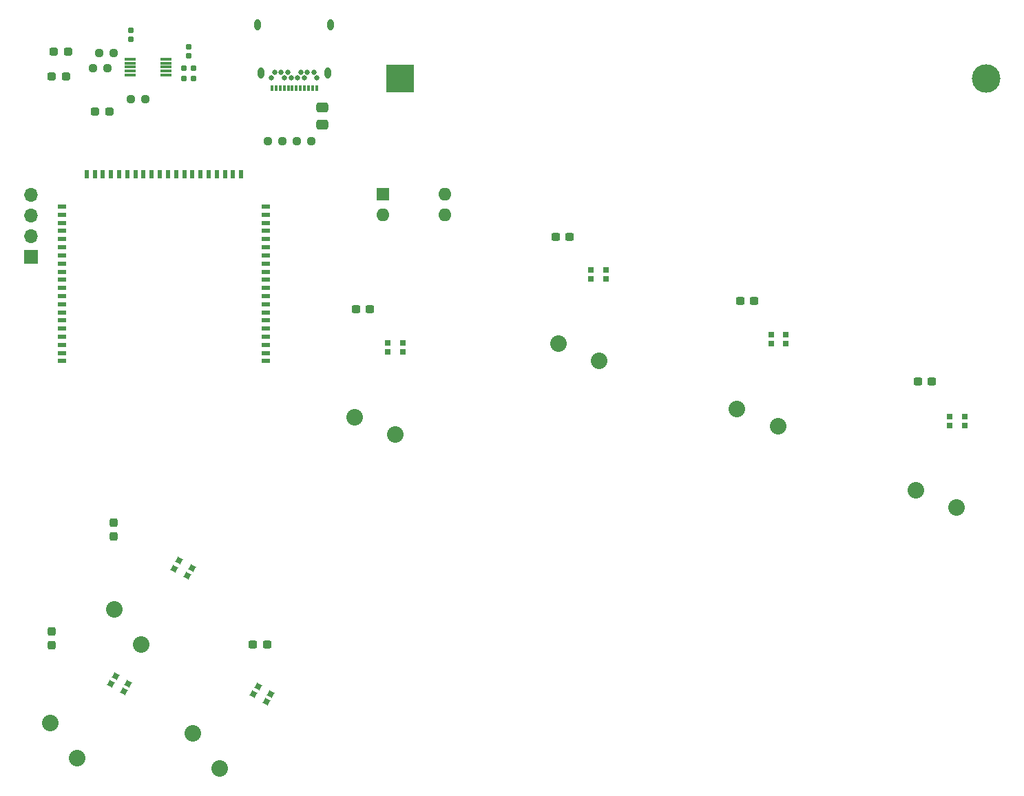
<source format=gbr>
%TF.GenerationSoftware,KiCad,Pcbnew,(5.99.0-9634-gb691c18bfc)*%
%TF.CreationDate,2021-03-07T16:09:04+01:00*%
%TF.ProjectId,keychordz,6b657963-686f-4726-947a-2e6b69636164,rev?*%
%TF.SameCoordinates,Original*%
%TF.FileFunction,Copper,L1,Top*%
%TF.FilePolarity,Positive*%
%FSLAX46Y46*%
G04 Gerber Fmt 4.6, Leading zero omitted, Abs format (unit mm)*
G04 Created by KiCad (PCBNEW (5.99.0-9634-gb691c18bfc)) date 2021-03-07 16:09:04*
%MOMM*%
%LPD*%
G01*
G04 APERTURE LIST*
G04 Aperture macros list*
%AMRoundRect*
0 Rectangle with rounded corners*
0 $1 Rounding radius*
0 $2 $3 $4 $5 $6 $7 $8 $9 X,Y pos of 4 corners*
0 Add a 4 corners polygon primitive as box body*
4,1,4,$2,$3,$4,$5,$6,$7,$8,$9,$2,$3,0*
0 Add four circle primitives for the rounded corners*
1,1,$1+$1,$2,$3*
1,1,$1+$1,$4,$5*
1,1,$1+$1,$6,$7*
1,1,$1+$1,$8,$9*
0 Add four rect primitives between the rounded corners*
20,1,$1+$1,$2,$3,$4,$5,0*
20,1,$1+$1,$4,$5,$6,$7,0*
20,1,$1+$1,$6,$7,$8,$9,0*
20,1,$1+$1,$8,$9,$2,$3,0*%
%AMRotRect*
0 Rectangle, with rotation*
0 The origin of the aperture is its center*
0 $1 length*
0 $2 width*
0 $3 Rotation angle, in degrees counterclockwise*
0 Add horizontal line*
21,1,$1,$2,0,0,$3*%
G04 Aperture macros list end*
%TA.AperFunction,ComponentPad*%
%ADD10C,2.032000*%
%TD*%
%TA.AperFunction,ComponentPad*%
%ADD11C,0.650000*%
%TD*%
%TA.AperFunction,ComponentPad*%
%ADD12O,0.800000X1.400000*%
%TD*%
%TA.AperFunction,SMDPad,CuDef*%
%ADD13R,0.300000X0.700000*%
%TD*%
%TA.AperFunction,SMDPad,CuDef*%
%ADD14RoundRect,0.237500X-0.250000X-0.237500X0.250000X-0.237500X0.250000X0.237500X-0.250000X0.237500X0*%
%TD*%
%TA.AperFunction,SMDPad,CuDef*%
%ADD15R,0.700000X0.700000*%
%TD*%
%TA.AperFunction,ComponentPad*%
%ADD16R,1.600000X1.600000*%
%TD*%
%TA.AperFunction,ComponentPad*%
%ADD17O,1.600000X1.600000*%
%TD*%
%TA.AperFunction,SMDPad,CuDef*%
%ADD18RoundRect,0.237500X0.287500X0.237500X-0.287500X0.237500X-0.287500X-0.237500X0.287500X-0.237500X0*%
%TD*%
%TA.AperFunction,SMDPad,CuDef*%
%ADD19RotRect,0.700000X0.700000X330.000000*%
%TD*%
%TA.AperFunction,SMDPad,CuDef*%
%ADD20R,1.000000X0.600000*%
%TD*%
%TA.AperFunction,SMDPad,CuDef*%
%ADD21R,0.600000X1.000000*%
%TD*%
%TA.AperFunction,SMDPad,CuDef*%
%ADD22RoundRect,0.237500X0.250000X0.237500X-0.250000X0.237500X-0.250000X-0.237500X0.250000X-0.237500X0*%
%TD*%
%TA.AperFunction,SMDPad,CuDef*%
%ADD23RoundRect,0.160000X0.197500X0.160000X-0.197500X0.160000X-0.197500X-0.160000X0.197500X-0.160000X0*%
%TD*%
%TA.AperFunction,SMDPad,CuDef*%
%ADD24RoundRect,0.237500X-0.300000X-0.237500X0.300000X-0.237500X0.300000X0.237500X-0.300000X0.237500X0*%
%TD*%
%TA.AperFunction,SMDPad,CuDef*%
%ADD25RoundRect,0.250000X-0.475000X0.337500X-0.475000X-0.337500X0.475000X-0.337500X0.475000X0.337500X0*%
%TD*%
%TA.AperFunction,SMDPad,CuDef*%
%ADD26RoundRect,0.160000X-0.197500X-0.160000X0.197500X-0.160000X0.197500X0.160000X-0.197500X0.160000X0*%
%TD*%
%TA.AperFunction,ComponentPad*%
%ADD27R,1.700000X1.700000*%
%TD*%
%TA.AperFunction,ComponentPad*%
%ADD28O,1.700000X1.700000*%
%TD*%
%TA.AperFunction,SMDPad,CuDef*%
%ADD29R,1.400000X0.300000*%
%TD*%
%TA.AperFunction,SMDPad,CuDef*%
%ADD30RoundRect,0.237500X0.237500X-0.300000X0.237500X0.300000X-0.237500X0.300000X-0.237500X-0.300000X0*%
%TD*%
%TA.AperFunction,SMDPad,CuDef*%
%ADD31RoundRect,0.155000X0.155000X-0.212500X0.155000X0.212500X-0.155000X0.212500X-0.155000X-0.212500X0*%
%TD*%
%TA.AperFunction,ComponentPad*%
%ADD32R,3.500000X3.500000*%
%TD*%
%TA.AperFunction,ComponentPad*%
%ADD33C,3.500000*%
%TD*%
G04 APERTURE END LIST*
D10*
%TO.P,SW7,1,1*%
%TO.N,Net-(SW7-Pad1)*%
X106182000Y-65589000D03*
%TO.P,SW7,2,2*%
%TO.N,GND*%
X101182000Y-63489000D03*
%TD*%
%TO.P,SW6,1,1*%
%TO.N,Net-(SW6-Pad1)*%
X128182000Y-75589000D03*
%TO.P,SW6,2,2*%
%TO.N,GND*%
X123182000Y-73489000D03*
%TD*%
%TO.P,SW5,1,1*%
%TO.N,Net-(SW5-Pad1)*%
X84182000Y-57589000D03*
%TO.P,SW5,2,2*%
%TO.N,GND*%
X79182000Y-55489000D03*
%TD*%
%TO.P,SW4,1,1*%
%TO.N,Net-(SW4-Pad1)*%
X59182000Y-66589000D03*
%TO.P,SW4,2,2*%
%TO.N,GND*%
X54182000Y-64489000D03*
%TD*%
%TO.P,SW3,1,1*%
%TO.N,Net-(SW3-Pad1)*%
X27892000Y-92485550D03*
%TO.P,SW3,2,2*%
%TO.N,GND*%
X24611873Y-88166897D03*
%TD*%
%TO.P,SW2,1,1*%
%TO.N,Net-(SW2-Pad1)*%
X37544000Y-107725550D03*
%TO.P,SW2,2,2*%
%TO.N,GND*%
X34263873Y-103406897D03*
%TD*%
%TO.P,SW1,1,1*%
%TO.N,Net-(SW1-Pad1)*%
X20018000Y-106455550D03*
%TO.P,SW1,2,2*%
%TO.N,GND*%
X16737873Y-102136897D03*
%TD*%
D11*
%TO.P,J1,B11*%
%TO.N,N/C*%
X49136000Y-22060000D03*
%TO.P,J1,B10*%
X48336000Y-22060000D03*
%TO.P,J1,B8,SBU2*%
%TO.N,unconnected-(J1-PadB8)*%
X47536000Y-22060000D03*
%TO.P,J1,B5,CC2*%
%TO.N,Net-(J1-PadB5)*%
X45936000Y-22060000D03*
%TO.P,J1,B3*%
%TO.N,N/C*%
X45136000Y-22060000D03*
%TO.P,J1,B2*%
X44336000Y-22060000D03*
%TO.P,J1,B12*%
X49536000Y-22760000D03*
%TO.P,J1,B9*%
X47936000Y-22760000D03*
%TO.P,J1,B7,D-*%
%TO.N,USB_D-*%
X47136000Y-22760000D03*
%TO.P,J1,B6,D+*%
%TO.N,USB_D+*%
X46336000Y-22760000D03*
%TO.P,J1,B4*%
%TO.N,N/C*%
X45536000Y-22760000D03*
%TO.P,J1,B1*%
X43936000Y-22760000D03*
D12*
%TO.P,J1,S1,SHIELD*%
%TO.N,unconnected-(J1-PadS1)*%
X51226000Y-16210000D03*
X42246000Y-16210000D03*
X42606000Y-22160000D03*
D13*
%TO.P,J1,A11*%
%TO.N,N/C*%
X44486000Y-24070000D03*
%TO.P,J1,A8,SBU1*%
%TO.N,unconnected-(J1-PadA8)*%
X45986000Y-24070000D03*
%TO.P,J1,A9*%
%TO.N,N/C*%
X45486000Y-24070000D03*
%TO.P,J1,A10*%
X44986000Y-24070000D03*
%TO.P,J1,A12*%
X43986000Y-24070000D03*
%TO.P,J1,A7,D-*%
%TO.N,USB_D-*%
X46486000Y-24070000D03*
%TO.P,J1,A6,D+*%
%TO.N,USB_D+*%
X46986000Y-24070000D03*
%TO.P,J1,A5,CC1*%
%TO.N,Net-(J1-PadA5)*%
X47486000Y-24070000D03*
%TO.P,J1,A4,VBUS*%
%TO.N,+5V*%
X47986000Y-24070000D03*
%TO.P,J1,A3*%
%TO.N,N/C*%
X48486000Y-24070000D03*
%TO.P,J1,A2*%
X48986000Y-24070000D03*
%TO.P,J1,A1,GND*%
%TO.N,GND*%
X49486000Y-24070000D03*
D12*
%TO.P,J1,S1,SHIELD*%
%TO.N,unconnected-(J1-PadS1)*%
X50866000Y-22160000D03*
%TD*%
D14*
%TO.P,R3,1*%
%TO.N,Net-(J1-PadA5)*%
X47001500Y-30530000D03*
%TO.P,R3,2*%
%TO.N,GND*%
X48826500Y-30530000D03*
%TD*%
D15*
%TO.P,D8,1,VDD*%
%TO.N,V_BAT*%
X83185000Y-47525000D03*
%TO.P,D8,2,DOUT*%
%TO.N,Net-(D7-Pad4)*%
X85015000Y-47525000D03*
%TO.P,D8,3,VSS*%
%TO.N,GND*%
X85015000Y-46425000D03*
%TO.P,D8,4,DIN*%
%TO.N,Net-(D8-Pad4)*%
X83185000Y-46425000D03*
%TD*%
D16*
%TO.P,SW9,1,A*%
%TO.N,V_BAT*%
X57658000Y-37084000D03*
D17*
%TO.P,SW9,2,B*%
%TO.N,V_BAT_SW*%
X57658000Y-39624000D03*
%TO.P,SW9,3*%
%TO.N,N/C*%
X65278000Y-39624000D03*
%TO.P,SW9,4*%
X65278000Y-37084000D03*
%TD*%
D18*
%TO.P,D1,1,K*%
%TO.N,Net-(D1-Pad1)*%
X18647000Y-22566000D03*
%TO.P,D1,2,A*%
%TO.N,GND*%
X16897000Y-22566000D03*
%TD*%
%TO.P,D3,1,K*%
%TO.N,Net-(D3-Pad1)*%
X23981000Y-26884000D03*
%TO.P,D3,2,A*%
%TO.N,GND*%
X22231000Y-26884000D03*
%TD*%
D19*
%TO.P,D4,1,VDD*%
%TO.N,V_BAT*%
X24186587Y-97300814D03*
%TO.P,D4,2,DOUT*%
%TO.N,unconnected-(D4-Pad2)*%
X25771413Y-98215814D03*
%TO.P,D4,3,VSS*%
%TO.N,GND*%
X26321413Y-97263186D03*
%TO.P,D4,4,DIN*%
%TO.N,Net-(D4-Pad4)*%
X24736587Y-96348186D03*
%TD*%
D20*
%TO.P,U1,A8,AIN7/P0.31*%
%TO.N,unconnected-(U1-PadA8)*%
X43200000Y-56600000D03*
%TO.P,U1,A10,AIN5/P0.29*%
%TO.N,unconnected-(U1-PadA10)*%
X43200000Y-54600000D03*
%TO.P,U1,A12,AIN0/P0.02*%
%TO.N,unconnected-(U1-PadA12)*%
X43200000Y-55600000D03*
%TO.P,U1,A14,P1.15*%
%TO.N,unconnected-(U1-PadA14)*%
X18200000Y-55600000D03*
%TO.P,U1,A16,P1.13*%
%TO.N,unconnected-(U1-PadA16)*%
X18200000Y-53600000D03*
%TO.P,U1,A20,P1.10*%
%TO.N,unconnected-(U1-PadA20)*%
X18200000Y-50600000D03*
%TO.P,U1,A22,VDD*%
%TO.N,unconnected-(U1-PadA22)*%
X43200000Y-51600000D03*
%TO.P,U1,AA24,SWDCLK*%
%TO.N,SWDCLK*%
X18200000Y-41600000D03*
D21*
%TO.P,U1,AC9,P0.14*%
%TO.N,Net-(SW6-Pad1)*%
X37200000Y-34600000D03*
%TO.P,U1,AC11,P0.16*%
%TO.N,Net-(SW4-Pad1)*%
X35200000Y-34600000D03*
D20*
%TO.P,U1,AC13,P0.18/~RESET*%
%TO.N,RST*%
X18200000Y-39600000D03*
D21*
%TO.P,U1,AC15,P0.19*%
%TO.N,Net-(SW2-Pad1)*%
X33200000Y-34600000D03*
%TO.P,U1,AC17,P0.21*%
%TO.N,Net-(D10-Pad4)*%
X26200000Y-34600000D03*
%TO.P,U1,AC19,P0.23*%
%TO.N,unconnected-(U1-PadAC19)*%
X24200000Y-34600000D03*
%TO.P,U1,AC21,P0.25*%
%TO.N,unconnected-(U1-PadAC21)*%
X22200000Y-34600000D03*
D20*
%TO.P,U1,AC24,SWDIO*%
%TO.N,SWDIO*%
X18200000Y-40600000D03*
%TO.P,U1,AD2,VBUS*%
%TO.N,+5V*%
X43200000Y-39600000D03*
D21*
%TO.P,U1,AD4,D-*%
%TO.N,USB_D-*%
X40200000Y-34600000D03*
%TO.P,U1,AD6,D+*%
%TO.N,USB_D+*%
X39200000Y-34600000D03*
%TO.P,U1,AD8,P0.13*%
%TO.N,Net-(SW7-Pad1)*%
X38200000Y-34600000D03*
%TO.P,U1,AD10,P0.15*%
%TO.N,Net-(SW5-Pad1)*%
X36200000Y-34600000D03*
%TO.P,U1,AD12,P0.17*%
%TO.N,Net-(SW3-Pad1)*%
X34200000Y-34600000D03*
%TO.P,U1,AD16,P0.20*%
%TO.N,Net-(SW1-Pad1)*%
X27200000Y-34600000D03*
%TO.P,U1,AD18,P0.22*%
%TO.N,unconnected-(U1-PadAD18)*%
X25200000Y-34600000D03*
%TO.P,U1,AD20,P0.24*%
%TO.N,unconnected-(U1-PadAD20)*%
X23200000Y-34600000D03*
%TO.P,U1,AD22,TRACEDATA0/P1.00*%
%TO.N,unconnected-(U1-PadAD22)*%
X21200000Y-34600000D03*
%TO.P,U1,B1,VDD*%
%TO.N,unconnected-(U1-PadB1)*%
X31200000Y-34600000D03*
%TO.P,U1,B7,VSS*%
%TO.N,GND*%
X30200000Y-34600000D03*
D20*
%TO.P,U1,B9,AIN6/P0.30*%
%TO.N,unconnected-(U1-PadB9)*%
X43200000Y-53600000D03*
%TO.P,U1,B11,AIN4/P0.28*%
%TO.N,unconnected-(U1-PadB11)*%
X18200000Y-57600000D03*
%TO.P,U1,B13,AIN1/P0.03*%
%TO.N,unconnected-(U1-PadB13)*%
X18200000Y-56600000D03*
%TO.P,U1,B15,P1.14*%
%TO.N,unconnected-(U1-PadB15)*%
X18200000Y-54600000D03*
%TO.P,U1,B17,P1.12*%
%TO.N,unconnected-(U1-PadB17)*%
X18200000Y-52600000D03*
%TO.P,U1,B19,P1.11*%
%TO.N,unconnected-(U1-PadB19)*%
X18200000Y-51600000D03*
%TO.P,U1,EP,VSS*%
%TO.N,unconnected-(U1-PadEP)*%
X43200000Y-38600000D03*
X18200000Y-48600000D03*
X43200000Y-57600000D03*
X43200000Y-52600000D03*
X18200000Y-38600000D03*
%TO.P,U1,G1,P0.26*%
%TO.N,unconnected-(U1-PadG1)*%
X43200000Y-50600000D03*
%TO.P,U1,H2,P0.27*%
%TO.N,unconnected-(U1-PadH2)*%
X43200000Y-49600000D03*
%TO.P,U1,J1,AIN2/P0.04*%
%TO.N,unconnected-(U1-PadJ1)*%
X43200000Y-48600000D03*
%TO.P,U1,J24,NFC2/P0.10*%
%TO.N,unconnected-(U1-PadJ24)*%
X18200000Y-49600000D03*
%TO.P,U1,K2,AIN3/P0.05*%
%TO.N,unconnected-(U1-PadK2)*%
X43200000Y-47600000D03*
%TO.P,U1,L1,P0.06*%
%TO.N,unconnected-(U1-PadL1)*%
X43200000Y-46600000D03*
%TO.P,U1,L24,NFC1/P0.09*%
%TO.N,unconnected-(U1-PadL24)*%
X18200000Y-47600000D03*
%TO.P,U1,M2,TRACECLK/P0.07*%
%TO.N,unconnected-(U1-PadM2)*%
X43200000Y-45600000D03*
%TO.P,U1,N1,P0.08*%
%TO.N,unconnected-(U1-PadN1)*%
X43200000Y-44600000D03*
%TO.P,U1,P2,P1.08*%
%TO.N,unconnected-(U1-PadP2)*%
X43200000Y-43600000D03*
%TO.P,U1,P23,P1.07*%
%TO.N,unconnected-(U1-PadP23)*%
X18200000Y-46600000D03*
%TO.P,U1,R1,TRACEDATA3/P1.09*%
%TO.N,unconnected-(U1-PadR1)*%
X43200000Y-42600000D03*
%TO.P,U1,R24,P1.06*%
%TO.N,unconnected-(U1-PadR24)*%
X18200000Y-45600000D03*
%TO.P,U1,T2,TRACEDATA2/P0.11*%
%TO.N,unconnected-(U1-PadT2)*%
X43200000Y-40600000D03*
%TO.P,U1,T23,P1.05*%
%TO.N,unconnected-(U1-PadT23)*%
X18200000Y-44600000D03*
%TO.P,U1,U1,TRACEDATA1/P0.12*%
%TO.N,unconnected-(U1-PadU1)*%
X43200000Y-41600000D03*
%TO.P,U1,U24,P1.04*%
%TO.N,unconnected-(U1-PadU24)*%
X18200000Y-43600000D03*
%TO.P,U1,V23,P1.03*%
%TO.N,unconnected-(U1-PadV23)*%
X18200000Y-42600000D03*
D21*
%TO.P,U1,W25*%
%TO.N,N/C*%
X28200000Y-34600000D03*
%TO.P,U1,Y2,VDDH*%
%TO.N,V_BAT*%
X32200000Y-34600000D03*
%TO.P,U1,Y23,P1.01*%
%TO.N,unconnected-(U1-PadY23)*%
X29200000Y-34600000D03*
%TD*%
D22*
%TO.P,R4,1*%
%TO.N,Net-(J1-PadB5)*%
X45270500Y-30530000D03*
%TO.P,R4,2*%
%TO.N,GND*%
X43445500Y-30530000D03*
%TD*%
D19*
%TO.P,D5,1,VDD*%
%TO.N,V_BAT*%
X41712587Y-98570814D03*
%TO.P,D5,2,DOUT*%
%TO.N,Net-(D4-Pad4)*%
X43297413Y-99485814D03*
%TO.P,D5,3,VSS*%
%TO.N,GND*%
X43847413Y-98533186D03*
%TO.P,D5,4,DIN*%
%TO.N,Net-(D5-Pad4)*%
X42262587Y-97618186D03*
%TD*%
D14*
%TO.P,R7,1*%
%TO.N,Net-(D3-Pad1)*%
X26615000Y-25360000D03*
%TO.P,R7,2*%
%TO.N,Net-(IC1-Pad7)*%
X28440000Y-25360000D03*
%TD*%
D23*
%TO.P,R6,1*%
%TO.N,GND*%
X34371500Y-22820000D03*
%TO.P,R6,2*%
%TO.N,Net-(IC1-Pad6)*%
X33176500Y-22820000D03*
%TD*%
D24*
%TO.P,C29,1*%
%TO.N,V_BAT*%
X101551500Y-50235000D03*
%TO.P,C29,2*%
%TO.N,GND*%
X103276500Y-50235000D03*
%TD*%
%TO.P,C30,1*%
%TO.N,V_BAT*%
X123395500Y-60141000D03*
%TO.P,C30,2*%
%TO.N,GND*%
X125120500Y-60141000D03*
%TD*%
D25*
%TO.P,C22,1*%
%TO.N,+5V*%
X50200000Y-26444500D03*
%TO.P,C22,2*%
%TO.N,GND*%
X50200000Y-28519500D03*
%TD*%
D26*
%TO.P,R5,1*%
%TO.N,Net-(IC1-Pad8)*%
X33176500Y-21550000D03*
%TO.P,R5,2*%
%TO.N,GND*%
X34371500Y-21550000D03*
%TD*%
D14*
%TO.P,R1,1*%
%TO.N,Net-(D1-Pad1)*%
X21939500Y-21550000D03*
%TO.P,R1,2*%
%TO.N,Net-(IC1-Pad3)*%
X23764500Y-21550000D03*
%TD*%
D24*
%TO.P,C28,1*%
%TO.N,V_BAT*%
X78845000Y-42361000D03*
%TO.P,C28,2*%
%TO.N,GND*%
X80570000Y-42361000D03*
%TD*%
D27*
%TO.P,J2,1,Pin_1*%
%TO.N,SWDCLK*%
X14400000Y-44780000D03*
D28*
%TO.P,J2,2,Pin_2*%
%TO.N,SWDIO*%
X14400000Y-42240000D03*
%TO.P,J2,3,Pin_3*%
%TO.N,RST*%
X14400000Y-39700000D03*
%TO.P,J2,4,Pin_4*%
%TO.N,GND*%
X14400000Y-37160000D03*
%TD*%
D29*
%TO.P,IC1,1,VDD_1*%
%TO.N,+5V*%
X26594000Y-20450000D03*
%TO.P,IC1,2,VDD_2*%
X26594000Y-20950000D03*
%TO.P,IC1,3,STAT1*%
%TO.N,Net-(IC1-Pad3)*%
X26594000Y-21450000D03*
%TO.P,IC1,4,STAT2*%
%TO.N,Net-(IC1-Pad4)*%
X26594000Y-21950000D03*
%TO.P,IC1,5,VSS*%
%TO.N,GND*%
X26594000Y-22450000D03*
%TO.P,IC1,6,PROG*%
%TO.N,Net-(IC1-Pad6)*%
X30994000Y-22450000D03*
%TO.P,IC1,7,~PG~/~TE*%
%TO.N,Net-(IC1-Pad7)*%
X30994000Y-21950000D03*
%TO.P,IC1,8,THERM*%
%TO.N,Net-(IC1-Pad8)*%
X30994000Y-21450000D03*
%TO.P,IC1,9,VBAT_1*%
%TO.N,V_BAT_SW*%
X30994000Y-20950000D03*
%TO.P,IC1,10,VBAT_2*%
X30994000Y-20450000D03*
%TD*%
D24*
%TO.P,C27,1*%
%TO.N,V_BAT*%
X54307500Y-51251000D03*
%TO.P,C27,2*%
%TO.N,GND*%
X56032500Y-51251000D03*
%TD*%
D19*
%TO.P,D6,1,VDD*%
%TO.N,V_BAT*%
X32009174Y-83095628D03*
%TO.P,D6,2,DOUT*%
%TO.N,Net-(D5-Pad4)*%
X33594000Y-84010628D03*
%TO.P,D6,3,VSS*%
%TO.N,GND*%
X34144000Y-83058000D03*
%TO.P,D6,4,DIN*%
%TO.N,Net-(D6-Pad4)*%
X32559174Y-82143000D03*
%TD*%
D18*
%TO.P,D2,1,K*%
%TO.N,Net-(D2-Pad1)*%
X18901000Y-19518000D03*
%TO.P,D2,2,A*%
%TO.N,GND*%
X17151000Y-19518000D03*
%TD*%
D30*
%TO.P,C4,1*%
%TO.N,V_BAT*%
X16872000Y-92556500D03*
%TO.P,C4,2*%
%TO.N,GND*%
X16872000Y-90831500D03*
%TD*%
D31*
%TO.P,C23,1*%
%TO.N,V_BAT_SW*%
X33774000Y-20085500D03*
%TO.P,C23,2*%
%TO.N,GND*%
X33774000Y-18950500D03*
%TD*%
D32*
%TO.P,BT1,1,+*%
%TO.N,V_BAT_SW*%
X59758000Y-22860000D03*
D33*
%TO.P,BT1,2,-*%
%TO.N,GND*%
X131758000Y-22860000D03*
%TD*%
D14*
%TO.P,R2,1*%
%TO.N,Net-(D2-Pad1)*%
X22701500Y-19678000D03*
%TO.P,R2,2*%
%TO.N,Net-(IC1-Pad4)*%
X24526500Y-19678000D03*
%TD*%
D15*
%TO.P,D10,1,VDD*%
%TO.N,V_BAT*%
X127307000Y-65480500D03*
%TO.P,D10,2,DOUT*%
%TO.N,Net-(D10-Pad2)*%
X129137000Y-65480500D03*
%TO.P,D10,3,VSS*%
%TO.N,GND*%
X129137000Y-64380500D03*
%TO.P,D10,4,DIN*%
%TO.N,Net-(D10-Pad4)*%
X127307000Y-64380500D03*
%TD*%
D31*
%TO.P,C24,1*%
%TO.N,+5V*%
X26662000Y-18053500D03*
%TO.P,C24,2*%
%TO.N,GND*%
X26662000Y-16918500D03*
%TD*%
D30*
%TO.P,C26,1*%
%TO.N,V_BAT*%
X24492000Y-79195000D03*
%TO.P,C26,2*%
%TO.N,GND*%
X24492000Y-77470000D03*
%TD*%
D24*
%TO.P,C25,1*%
%TO.N,V_BAT*%
X41663500Y-92456000D03*
%TO.P,C25,2*%
%TO.N,GND*%
X43388500Y-92456000D03*
%TD*%
D15*
%TO.P,D7,1,VDD*%
%TO.N,V_BAT*%
X58219000Y-56463500D03*
%TO.P,D7,2,DOUT*%
%TO.N,Net-(D6-Pad4)*%
X60049000Y-56463500D03*
%TO.P,D7,3,VSS*%
%TO.N,GND*%
X60049000Y-55363500D03*
%TO.P,D7,4,DIN*%
%TO.N,Net-(D7-Pad4)*%
X58219000Y-55363500D03*
%TD*%
%TO.P,D9,1,VDD*%
%TO.N,V_BAT*%
X105336000Y-55447500D03*
%TO.P,D9,2,DOUT*%
%TO.N,Net-(D8-Pad4)*%
X107166000Y-55447500D03*
%TO.P,D9,3,VSS*%
%TO.N,GND*%
X107166000Y-54347500D03*
%TO.P,D9,4,DIN*%
%TO.N,Net-(D10-Pad2)*%
X105336000Y-54347500D03*
%TD*%
M02*

</source>
